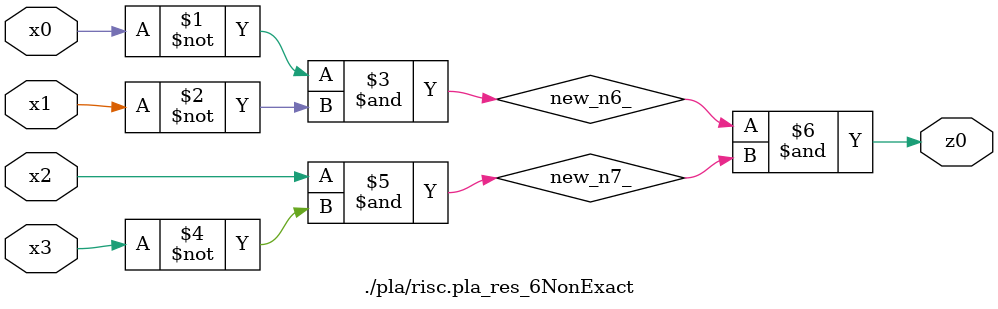
<source format=v>

module \./pla/risc.pla_res_6NonExact  ( 
    x0, x1, x2, x3,
    z0  );
  input  x0, x1, x2, x3;
  output z0;
  wire new_n6_, new_n7_;
  assign new_n6_ = ~x0 & ~x1;
  assign new_n7_ = x2 & ~x3;
  assign z0 = new_n6_ & new_n7_;
endmodule



</source>
